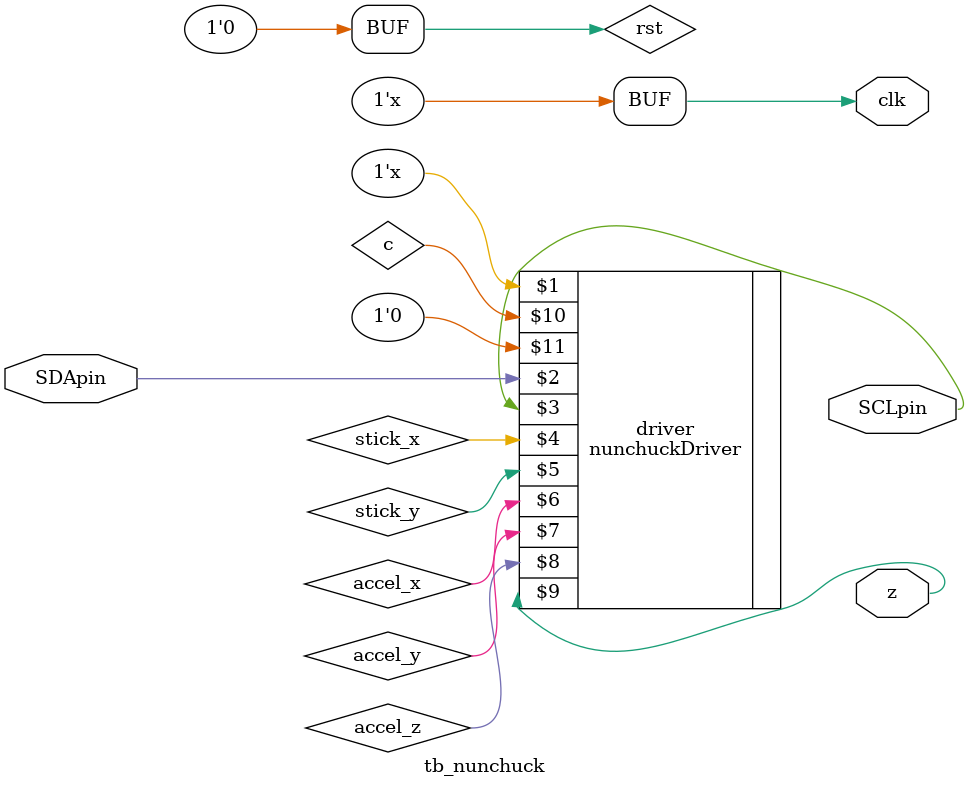
<source format=sv>
`timescale 1ns/1ns

module tb_nunchuck(clk, z, SDApin, SCLpin);
    output reg clk = 0;
    output reg z;
    inout SDApin;
    output reg SCLpin;
    reg rst = 0;



nunchuckDriver driver(clk, SDApin, SCLpin, stick_x, stick_y, accel_x, accel_y, accel_z, z, c, rst);


	always #1 clk = ~clk;
endmodule

</source>
